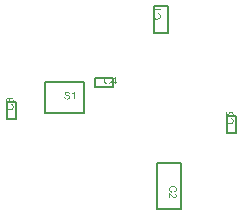
<source format=gbr>
G04*
G04 #@! TF.GenerationSoftware,Altium Limited,Altium Designer,23.8.1 (32)*
G04*
G04 Layer_Color=16711935*
%FSLAX43Y43*%
%MOMM*%
G71*
G04*
G04 #@! TF.SameCoordinates,4157314E-2F8B-4695-BFB2-F8FC6B21436D*
G04*
G04*
G04 #@! TF.FilePolarity,Positive*
G04*
G01*
G75*
%ADD12C,0.200*%
G36*
X43476Y13286D02*
X43483Y13285D01*
X43491Y13285D01*
X43501Y13283D01*
X43512Y13281D01*
X43536Y13275D01*
X43561Y13266D01*
X43574Y13261D01*
X43586Y13253D01*
X43599Y13246D01*
X43611Y13236D01*
X43612Y13236D01*
X43614Y13234D01*
X43618Y13230D01*
X43623Y13225D01*
X43628Y13219D01*
X43636Y13212D01*
X43642Y13202D01*
X43649Y13192D01*
X43657Y13181D01*
X43663Y13168D01*
X43670Y13154D01*
X43676Y13139D01*
X43681Y13124D01*
X43685Y13106D01*
X43687Y13088D01*
X43688Y13068D01*
Y13060D01*
X43687Y13053D01*
X43686Y13046D01*
X43685Y13038D01*
X43685Y13028D01*
X43682Y13017D01*
X43676Y12994D01*
X43668Y12971D01*
X43662Y12959D01*
X43656Y12947D01*
X43648Y12936D01*
X43640Y12925D01*
X43639Y12924D01*
X43638Y12922D01*
X43635Y12920D01*
X43631Y12917D01*
X43626Y12912D01*
X43621Y12907D01*
X43613Y12902D01*
X43605Y12897D01*
X43597Y12892D01*
X43587Y12886D01*
X43564Y12876D01*
X43538Y12868D01*
X43525Y12865D01*
X43510Y12863D01*
X43503Y12945D01*
X43504D01*
X43506D01*
X43509Y12946D01*
X43514Y12947D01*
X43524Y12950D01*
X43538Y12954D01*
X43551Y12959D01*
X43567Y12967D01*
X43581Y12976D01*
X43594Y12987D01*
X43595Y12989D01*
X43599Y12992D01*
X43603Y13000D01*
X43609Y13010D01*
X43614Y13021D01*
X43619Y13035D01*
X43623Y13051D01*
X43624Y13068D01*
Y13074D01*
X43623Y13077D01*
X43622Y13089D01*
X43618Y13101D01*
X43613Y13117D01*
X43606Y13133D01*
X43595Y13150D01*
X43588Y13157D01*
X43581Y13164D01*
X43580Y13165D01*
X43579Y13166D01*
X43576Y13168D01*
X43574Y13171D01*
X43563Y13177D01*
X43550Y13185D01*
X43535Y13191D01*
X43515Y13198D01*
X43492Y13202D01*
X43480Y13204D01*
X43467D01*
X43466D01*
X43465D01*
X43461D01*
X43456Y13203D01*
X43451D01*
X43444Y13202D01*
X43429Y13199D01*
X43412Y13195D01*
X43394Y13188D01*
X43378Y13179D01*
X43362Y13166D01*
X43361D01*
X43360Y13164D01*
X43355Y13160D01*
X43349Y13151D01*
X43342Y13140D01*
X43335Y13126D01*
X43329Y13109D01*
X43324Y13089D01*
X43322Y13078D01*
Y13061D01*
X43323Y13053D01*
X43324Y13044D01*
X43327Y13033D01*
X43330Y13022D01*
X43334Y13010D01*
X43340Y12998D01*
X43341Y12997D01*
X43342Y12993D01*
X43347Y12988D01*
X43352Y12980D01*
X43358Y12973D01*
X43367Y12966D01*
X43375Y12957D01*
X43385Y12951D01*
X43375Y12877D01*
X43046Y12939D01*
Y13257D01*
X43121D01*
Y13001D01*
X43293Y12967D01*
X43293Y12967D01*
X43292Y12969D01*
X43290Y12972D01*
X43287Y12977D01*
X43284Y12982D01*
X43281Y12989D01*
X43273Y13003D01*
X43266Y13022D01*
X43259Y13042D01*
X43255Y13064D01*
X43253Y13076D01*
Y13096D01*
X43254Y13101D01*
X43255Y13109D01*
X43256Y13117D01*
X43257Y13126D01*
X43260Y13137D01*
X43267Y13159D01*
X43271Y13171D01*
X43278Y13183D01*
X43284Y13195D01*
X43292Y13207D01*
X43301Y13218D01*
X43311Y13229D01*
X43312Y13230D01*
X43314Y13232D01*
X43317Y13235D01*
X43321Y13238D01*
X43328Y13243D01*
X43334Y13248D01*
X43342Y13253D01*
X43352Y13259D01*
X43362Y13263D01*
X43373Y13269D01*
X43386Y13273D01*
X43399Y13278D01*
X43413Y13282D01*
X43428Y13285D01*
X43444Y13286D01*
X43461Y13287D01*
X43462D01*
X43465D01*
X43469D01*
X43476Y13286D01*
D02*
G37*
G36*
X43479Y12790D02*
X43485Y12788D01*
X43492Y12785D01*
X43501Y12783D01*
X43511Y12779D01*
X43522Y12774D01*
X43534Y12769D01*
X43560Y12756D01*
X43586Y12739D01*
X43599Y12729D01*
X43612Y12719D01*
X43623Y12708D01*
X43634Y12695D01*
X43635Y12694D01*
X43636Y12692D01*
X43638Y12687D01*
X43642Y12683D01*
X43647Y12675D01*
X43651Y12668D01*
X43656Y12658D01*
X43661Y12648D01*
X43666Y12635D01*
X43671Y12623D01*
X43675Y12609D01*
X43680Y12594D01*
X43684Y12578D01*
X43685Y12562D01*
X43687Y12544D01*
X43688Y12525D01*
Y12515D01*
X43687Y12508D01*
Y12500D01*
X43686Y12489D01*
X43685Y12478D01*
X43683Y12465D01*
X43678Y12439D01*
X43671Y12411D01*
X43661Y12383D01*
X43654Y12370D01*
X43647Y12357D01*
X43646Y12356D01*
X43645Y12354D01*
X43642Y12351D01*
X43638Y12347D01*
X43635Y12341D01*
X43629Y12335D01*
X43623Y12328D01*
X43615Y12320D01*
X43607Y12313D01*
X43599Y12305D01*
X43577Y12288D01*
X43552Y12272D01*
X43525Y12258D01*
X43524D01*
X43521Y12256D01*
X43516Y12256D01*
X43511Y12253D01*
X43503Y12251D01*
X43494Y12248D01*
X43484Y12244D01*
X43473Y12242D01*
X43461Y12239D01*
X43447Y12235D01*
X43418Y12231D01*
X43386Y12227D01*
X43353Y12225D01*
X43352D01*
X43348D01*
X43342D01*
X43336Y12226D01*
X43327D01*
X43318Y12227D01*
X43305Y12228D01*
X43293Y12230D01*
X43267Y12234D01*
X43237Y12241D01*
X43207Y12250D01*
X43179Y12263D01*
X43178Y12264D01*
X43175Y12265D01*
X43171Y12267D01*
X43167Y12270D01*
X43160Y12274D01*
X43153Y12279D01*
X43136Y12291D01*
X43118Y12306D01*
X43099Y12325D01*
X43081Y12346D01*
X43065Y12371D01*
X43064Y12372D01*
X43063Y12375D01*
X43061Y12378D01*
X43059Y12383D01*
X43056Y12391D01*
X43053Y12398D01*
X43049Y12407D01*
X43046Y12417D01*
X43042Y12428D01*
X43038Y12440D01*
X43033Y12466D01*
X43028Y12496D01*
X43026Y12526D01*
Y12536D01*
X43027Y12542D01*
X43028Y12550D01*
X43029Y12561D01*
X43030Y12571D01*
X43033Y12583D01*
X43038Y12608D01*
X43047Y12635D01*
X43052Y12649D01*
X43059Y12662D01*
X43067Y12675D01*
X43075Y12688D01*
X43076Y12689D01*
X43077Y12691D01*
X43080Y12695D01*
X43085Y12699D01*
X43089Y12704D01*
X43096Y12710D01*
X43103Y12717D01*
X43110Y12724D01*
X43120Y12732D01*
X43131Y12739D01*
X43142Y12747D01*
X43154Y12755D01*
X43168Y12761D01*
X43182Y12769D01*
X43196Y12774D01*
X43213Y12780D01*
X43232Y12697D01*
X43232D01*
X43230Y12696D01*
X43226Y12694D01*
X43221Y12692D01*
X43216Y12690D01*
X43208Y12687D01*
X43194Y12680D01*
X43177Y12671D01*
X43160Y12660D01*
X43145Y12646D01*
X43131Y12631D01*
X43129Y12629D01*
X43125Y12623D01*
X43121Y12614D01*
X43114Y12602D01*
X43109Y12587D01*
X43103Y12569D01*
X43099Y12548D01*
X43098Y12525D01*
Y12517D01*
X43099Y12513D01*
Y12506D01*
X43100Y12499D01*
X43103Y12481D01*
X43107Y12462D01*
X43113Y12441D01*
X43122Y12420D01*
X43134Y12401D01*
Y12400D01*
X43136Y12399D01*
X43141Y12392D01*
X43148Y12384D01*
X43159Y12374D01*
X43173Y12362D01*
X43189Y12351D01*
X43208Y12341D01*
X43230Y12331D01*
X43231D01*
X43232Y12330D01*
X43235Y12329D01*
X43240Y12329D01*
X43245Y12327D01*
X43252Y12325D01*
X43268Y12322D01*
X43286Y12318D01*
X43306Y12315D01*
X43329Y12313D01*
X43353Y12312D01*
X43354D01*
X43356D01*
X43361D01*
X43367D01*
X43373Y12313D01*
X43381D01*
X43391Y12314D01*
X43401Y12315D01*
X43423Y12317D01*
X43447Y12322D01*
X43471Y12328D01*
X43495Y12335D01*
X43496D01*
X43498Y12336D01*
X43501Y12338D01*
X43505Y12340D01*
X43516Y12345D01*
X43529Y12354D01*
X43544Y12364D01*
X43560Y12377D01*
X43574Y12391D01*
X43587Y12409D01*
Y12410D01*
X43587Y12412D01*
X43589Y12415D01*
X43591Y12418D01*
X43593Y12423D01*
X43596Y12428D01*
X43601Y12441D01*
X43607Y12458D01*
X43612Y12476D01*
X43615Y12497D01*
X43616Y12518D01*
Y12525D01*
X43615Y12530D01*
Y12537D01*
X43614Y12543D01*
X43611Y12560D01*
X43606Y12579D01*
X43599Y12599D01*
X43588Y12619D01*
X43583Y12629D01*
X43575Y12638D01*
X43575Y12639D01*
X43574Y12640D01*
X43571Y12643D01*
X43568Y12647D01*
X43563Y12650D01*
X43558Y12655D01*
X43552Y12660D01*
X43545Y12665D01*
X43537Y12671D01*
X43527Y12677D01*
X43518Y12683D01*
X43507Y12688D01*
X43495Y12693D01*
X43482Y12697D01*
X43468Y12702D01*
X43453Y12706D01*
X43475Y12791D01*
X43476D01*
X43479Y12790D01*
D02*
G37*
G36*
X33042Y16273D02*
X33050Y16272D01*
X33061Y16271D01*
X33071Y16270D01*
X33083Y16267D01*
X33108Y16262D01*
X33136Y16253D01*
X33149Y16248D01*
X33162Y16241D01*
X33175Y16233D01*
X33188Y16225D01*
X33189Y16224D01*
X33191Y16223D01*
X33195Y16220D01*
X33199Y16215D01*
X33204Y16211D01*
X33210Y16204D01*
X33217Y16197D01*
X33224Y16190D01*
X33232Y16180D01*
X33239Y16169D01*
X33247Y16158D01*
X33255Y16146D01*
X33261Y16132D01*
X33269Y16118D01*
X33274Y16104D01*
X33280Y16087D01*
X33197Y16068D01*
Y16068D01*
X33196Y16070D01*
X33194Y16074D01*
X33192Y16079D01*
X33190Y16084D01*
X33187Y16092D01*
X33180Y16106D01*
X33171Y16123D01*
X33160Y16140D01*
X33146Y16155D01*
X33131Y16169D01*
X33129Y16171D01*
X33123Y16175D01*
X33114Y16179D01*
X33102Y16186D01*
X33086Y16191D01*
X33069Y16197D01*
X33048Y16201D01*
X33025Y16202D01*
X33017D01*
X33013Y16201D01*
X33006D01*
X32999Y16200D01*
X32981Y16197D01*
X32962Y16193D01*
X32941Y16187D01*
X32920Y16178D01*
X32901Y16166D01*
X32900D01*
X32899Y16164D01*
X32892Y16159D01*
X32884Y16152D01*
X32874Y16141D01*
X32862Y16127D01*
X32851Y16111D01*
X32841Y16092D01*
X32831Y16070D01*
Y16069D01*
X32830Y16068D01*
X32829Y16065D01*
X32829Y16060D01*
X32827Y16055D01*
X32825Y16048D01*
X32822Y16032D01*
X32818Y16014D01*
X32815Y15994D01*
X32813Y15971D01*
X32812Y15947D01*
Y15946D01*
Y15944D01*
Y15939D01*
Y15934D01*
X32813Y15927D01*
Y15919D01*
X32814Y15909D01*
X32815Y15899D01*
X32817Y15877D01*
X32822Y15853D01*
X32828Y15829D01*
X32835Y15805D01*
Y15804D01*
X32836Y15802D01*
X32838Y15799D01*
X32840Y15795D01*
X32845Y15784D01*
X32854Y15771D01*
X32864Y15756D01*
X32877Y15740D01*
X32891Y15726D01*
X32909Y15713D01*
X32910D01*
X32912Y15713D01*
X32915Y15711D01*
X32918Y15709D01*
X32923Y15707D01*
X32928Y15704D01*
X32941Y15699D01*
X32958Y15693D01*
X32976Y15688D01*
X32997Y15685D01*
X33018Y15684D01*
X33025D01*
X33030Y15685D01*
X33037D01*
X33043Y15686D01*
X33060Y15689D01*
X33079Y15694D01*
X33099Y15701D01*
X33119Y15712D01*
X33129Y15717D01*
X33138Y15725D01*
X33139Y15725D01*
X33140Y15726D01*
X33143Y15729D01*
X33147Y15732D01*
X33150Y15737D01*
X33155Y15742D01*
X33160Y15748D01*
X33165Y15755D01*
X33171Y15763D01*
X33177Y15773D01*
X33183Y15782D01*
X33188Y15793D01*
X33193Y15805D01*
X33197Y15818D01*
X33202Y15832D01*
X33206Y15847D01*
X33291Y15825D01*
Y15824D01*
X33290Y15821D01*
X33288Y15815D01*
X33285Y15808D01*
X33283Y15799D01*
X33279Y15789D01*
X33274Y15778D01*
X33269Y15766D01*
X33256Y15740D01*
X33239Y15714D01*
X33229Y15701D01*
X33219Y15688D01*
X33208Y15677D01*
X33195Y15666D01*
X33194Y15665D01*
X33192Y15664D01*
X33187Y15662D01*
X33183Y15658D01*
X33175Y15653D01*
X33168Y15649D01*
X33158Y15644D01*
X33148Y15639D01*
X33136Y15634D01*
X33123Y15629D01*
X33109Y15625D01*
X33094Y15620D01*
X33078Y15616D01*
X33062Y15615D01*
X33044Y15613D01*
X33025Y15612D01*
X33015D01*
X33008Y15613D01*
X33000D01*
X32989Y15614D01*
X32978Y15615D01*
X32965Y15617D01*
X32939Y15622D01*
X32911Y15629D01*
X32883Y15639D01*
X32870Y15646D01*
X32857Y15653D01*
X32856Y15654D01*
X32854Y15655D01*
X32851Y15658D01*
X32847Y15662D01*
X32841Y15665D01*
X32835Y15671D01*
X32828Y15677D01*
X32820Y15685D01*
X32813Y15693D01*
X32805Y15701D01*
X32788Y15723D01*
X32772Y15748D01*
X32758Y15775D01*
Y15776D01*
X32756Y15779D01*
X32756Y15784D01*
X32753Y15789D01*
X32751Y15797D01*
X32748Y15806D01*
X32744Y15816D01*
X32742Y15827D01*
X32739Y15839D01*
X32735Y15853D01*
X32731Y15882D01*
X32727Y15914D01*
X32725Y15947D01*
Y15948D01*
Y15952D01*
Y15958D01*
X32726Y15964D01*
Y15973D01*
X32727Y15983D01*
X32728Y15995D01*
X32730Y16007D01*
X32734Y16033D01*
X32741Y16063D01*
X32750Y16093D01*
X32763Y16121D01*
X32764Y16122D01*
X32765Y16125D01*
X32767Y16129D01*
X32770Y16133D01*
X32774Y16140D01*
X32779Y16147D01*
X32791Y16164D01*
X32806Y16182D01*
X32825Y16201D01*
X32846Y16219D01*
X32871Y16235D01*
X32872Y16236D01*
X32875Y16237D01*
X32878Y16239D01*
X32883Y16241D01*
X32890Y16244D01*
X32898Y16247D01*
X32907Y16251D01*
X32917Y16254D01*
X32928Y16258D01*
X32940Y16262D01*
X32966Y16267D01*
X32996Y16272D01*
X33026Y16274D01*
X33036D01*
X33042Y16273D01*
D02*
G37*
G36*
X33693Y15848D02*
X33780D01*
Y15776D01*
X33693D01*
Y15623D01*
X33614D01*
Y15776D01*
X33336D01*
Y15848D01*
X33629Y16263D01*
X33693D01*
Y15848D01*
D02*
G37*
G36*
X24877Y14482D02*
X24885Y14481D01*
X24893Y14479D01*
X24902Y14477D01*
X24913Y14475D01*
X24935Y14468D01*
X24947Y14462D01*
X24958Y14457D01*
X24970Y14449D01*
X24982Y14441D01*
X24994Y14432D01*
X25005Y14421D01*
X25006Y14420D01*
X25008Y14418D01*
X25011Y14414D01*
X25014Y14410D01*
X25019Y14404D01*
X25023Y14397D01*
X25029Y14388D01*
X25034Y14378D01*
X25039Y14368D01*
X25045Y14356D01*
X25049Y14344D01*
X25054Y14330D01*
X25058Y14315D01*
X25060Y14300D01*
X25062Y14284D01*
X25063Y14266D01*
Y14258D01*
X25062Y14252D01*
X25061Y14245D01*
X25060Y14237D01*
X25059Y14228D01*
X25057Y14217D01*
X25051Y14195D01*
X25042Y14172D01*
X25036Y14160D01*
X25030Y14149D01*
X25022Y14138D01*
X25013Y14127D01*
X25012Y14126D01*
X25011Y14124D01*
X25008Y14121D01*
X25004Y14118D01*
X24999Y14114D01*
X24993Y14109D01*
X24986Y14104D01*
X24978Y14098D01*
X24969Y14093D01*
X24960Y14087D01*
X24938Y14077D01*
X24912Y14068D01*
X24898Y14066D01*
X24883Y14064D01*
X24873Y14142D01*
X24874D01*
X24876Y14143D01*
X24879Y14144D01*
X24884Y14145D01*
X24889Y14146D01*
X24896Y14148D01*
X24910Y14153D01*
X24926Y14159D01*
X24942Y14167D01*
X24957Y14177D01*
X24970Y14188D01*
X24971Y14190D01*
X24974Y14193D01*
X24979Y14201D01*
X24984Y14210D01*
X24989Y14221D01*
X24994Y14235D01*
X24998Y14251D01*
X24999Y14267D01*
Y14273D01*
X24998Y14277D01*
X24997Y14287D01*
X24994Y14300D01*
X24989Y14314D01*
X24983Y14330D01*
X24974Y14346D01*
X24961Y14361D01*
X24959Y14363D01*
X24953Y14367D01*
X24945Y14373D01*
X24934Y14380D01*
X24920Y14387D01*
X24904Y14393D01*
X24886Y14398D01*
X24865Y14399D01*
X24864D01*
X24863D01*
X24860D01*
X24856Y14399D01*
X24846Y14398D01*
X24834Y14395D01*
X24819Y14391D01*
X24804Y14385D01*
X24790Y14375D01*
X24776Y14363D01*
X24774Y14362D01*
X24770Y14357D01*
X24765Y14350D01*
X24758Y14339D01*
X24752Y14326D01*
X24746Y14311D01*
X24742Y14293D01*
X24741Y14274D01*
Y14265D01*
X24741Y14259D01*
X24742Y14251D01*
X24744Y14241D01*
X24746Y14230D01*
X24749Y14218D01*
X24680Y14228D01*
Y14232D01*
X24680Y14236D01*
Y14248D01*
X24679Y14258D01*
X24677Y14270D01*
X24674Y14284D01*
X24669Y14300D01*
X24663Y14314D01*
X24655Y14330D01*
Y14331D01*
X24654Y14332D01*
X24650Y14337D01*
X24643Y14343D01*
X24635Y14350D01*
X24623Y14358D01*
X24609Y14364D01*
X24594Y14369D01*
X24584Y14371D01*
X24574D01*
X24573D01*
X24572D01*
X24567D01*
X24559Y14369D01*
X24549Y14367D01*
X24538Y14363D01*
X24526Y14359D01*
X24514Y14351D01*
X24503Y14341D01*
X24502Y14340D01*
X24498Y14336D01*
X24494Y14329D01*
X24488Y14321D01*
X24484Y14310D01*
X24479Y14297D01*
X24475Y14282D01*
X24474Y14265D01*
Y14258D01*
X24476Y14250D01*
X24478Y14239D01*
X24482Y14227D01*
X24486Y14215D01*
X24494Y14202D01*
X24503Y14190D01*
X24504Y14189D01*
X24508Y14185D01*
X24515Y14179D01*
X24524Y14173D01*
X24536Y14167D01*
X24551Y14160D01*
X24569Y14154D01*
X24589Y14151D01*
X24575Y14072D01*
X24574D01*
X24571Y14073D01*
X24568Y14074D01*
X24562Y14075D01*
X24556Y14077D01*
X24548Y14080D01*
X24531Y14085D01*
X24510Y14094D01*
X24490Y14105D01*
X24471Y14119D01*
X24453Y14137D01*
X24452Y14138D01*
X24451Y14140D01*
X24449Y14142D01*
X24447Y14146D01*
X24443Y14151D01*
X24439Y14157D01*
X24435Y14164D01*
X24431Y14172D01*
X24423Y14191D01*
X24416Y14212D01*
X24411Y14237D01*
X24410Y14250D01*
Y14273D01*
X24410Y14283D01*
X24412Y14295D01*
X24415Y14310D01*
X24420Y14326D01*
X24425Y14343D01*
X24433Y14360D01*
Y14361D01*
X24434Y14362D01*
X24436Y14367D01*
X24442Y14375D01*
X24448Y14385D01*
X24458Y14396D01*
X24468Y14407D01*
X24480Y14418D01*
X24494Y14427D01*
X24496Y14428D01*
X24500Y14431D01*
X24508Y14435D01*
X24519Y14439D01*
X24531Y14444D01*
X24545Y14448D01*
X24560Y14450D01*
X24576Y14451D01*
X24578D01*
X24583D01*
X24591Y14450D01*
X24601Y14448D01*
X24613Y14446D01*
X24626Y14441D01*
X24639Y14436D01*
X24652Y14428D01*
X24654Y14427D01*
X24657Y14424D01*
X24664Y14419D01*
X24671Y14412D01*
X24680Y14402D01*
X24689Y14391D01*
X24697Y14378D01*
X24705Y14363D01*
Y14363D01*
X24706Y14365D01*
X24707Y14368D01*
X24708Y14372D01*
X24712Y14382D01*
X24717Y14395D01*
X24725Y14410D01*
X24734Y14424D01*
X24746Y14438D01*
X24760Y14451D01*
X24762Y14452D01*
X24767Y14456D01*
X24777Y14461D01*
X24789Y14467D01*
X24803Y14473D01*
X24821Y14478D01*
X24841Y14482D01*
X24864Y14483D01*
X24864D01*
X24867D01*
X24872D01*
X24877Y14482D01*
D02*
G37*
G36*
X24854Y13990D02*
X24860Y13988D01*
X24867Y13985D01*
X24876Y13983D01*
X24886Y13979D01*
X24897Y13974D01*
X24909Y13969D01*
X24935Y13956D01*
X24961Y13939D01*
X24974Y13929D01*
X24986Y13919D01*
X24998Y13908D01*
X25009Y13895D01*
X25010Y13894D01*
X25011Y13892D01*
X25013Y13887D01*
X25017Y13883D01*
X25022Y13875D01*
X25026Y13868D01*
X25031Y13858D01*
X25035Y13848D01*
X25041Y13835D01*
X25046Y13823D01*
X25050Y13809D01*
X25055Y13794D01*
X25059Y13778D01*
X25060Y13762D01*
X25062Y13744D01*
X25063Y13725D01*
Y13715D01*
X25062Y13708D01*
Y13700D01*
X25061Y13689D01*
X25060Y13678D01*
X25058Y13665D01*
X25053Y13639D01*
X25046Y13611D01*
X25035Y13583D01*
X25029Y13570D01*
X25022Y13557D01*
X25021Y13556D01*
X25020Y13554D01*
X25017Y13551D01*
X25013Y13547D01*
X25010Y13541D01*
X25004Y13535D01*
X24998Y13528D01*
X24990Y13520D01*
X24982Y13513D01*
X24974Y13505D01*
X24952Y13488D01*
X24927Y13472D01*
X24900Y13458D01*
X24899D01*
X24896Y13456D01*
X24891Y13456D01*
X24886Y13453D01*
X24878Y13451D01*
X24869Y13448D01*
X24859Y13444D01*
X24848Y13442D01*
X24836Y13439D01*
X24822Y13435D01*
X24793Y13431D01*
X24761Y13427D01*
X24728Y13425D01*
X24727D01*
X24723D01*
X24717D01*
X24711Y13426D01*
X24702D01*
X24692Y13427D01*
X24680Y13428D01*
X24668Y13430D01*
X24642Y13434D01*
X24612Y13441D01*
X24582Y13450D01*
X24554Y13463D01*
X24553Y13464D01*
X24550Y13465D01*
X24546Y13467D01*
X24542Y13470D01*
X24535Y13474D01*
X24528Y13479D01*
X24511Y13491D01*
X24493Y13506D01*
X24474Y13525D01*
X24456Y13546D01*
X24440Y13571D01*
X24439Y13572D01*
X24438Y13575D01*
X24436Y13578D01*
X24434Y13583D01*
X24431Y13590D01*
X24428Y13598D01*
X24424Y13607D01*
X24421Y13617D01*
X24417Y13628D01*
X24413Y13640D01*
X24408Y13666D01*
X24403Y13696D01*
X24401Y13726D01*
Y13736D01*
X24402Y13742D01*
X24403Y13750D01*
X24404Y13761D01*
X24405Y13771D01*
X24408Y13783D01*
X24413Y13808D01*
X24422Y13835D01*
X24427Y13849D01*
X24434Y13862D01*
X24442Y13875D01*
X24450Y13888D01*
X24451Y13889D01*
X24452Y13891D01*
X24455Y13895D01*
X24459Y13899D01*
X24464Y13904D01*
X24471Y13910D01*
X24478Y13917D01*
X24485Y13924D01*
X24495Y13932D01*
X24506Y13939D01*
X24517Y13947D01*
X24529Y13955D01*
X24543Y13961D01*
X24557Y13969D01*
X24571Y13974D01*
X24588Y13980D01*
X24607Y13897D01*
X24607D01*
X24605Y13896D01*
X24601Y13894D01*
X24596Y13892D01*
X24591Y13890D01*
X24583Y13887D01*
X24569Y13880D01*
X24552Y13871D01*
X24535Y13860D01*
X24520Y13846D01*
X24506Y13831D01*
X24504Y13829D01*
X24500Y13823D01*
X24496Y13814D01*
X24489Y13802D01*
X24484Y13786D01*
X24478Y13769D01*
X24474Y13748D01*
X24473Y13725D01*
Y13717D01*
X24474Y13713D01*
Y13706D01*
X24475Y13699D01*
X24478Y13681D01*
X24482Y13662D01*
X24488Y13641D01*
X24497Y13620D01*
X24509Y13601D01*
Y13600D01*
X24511Y13599D01*
X24516Y13592D01*
X24523Y13584D01*
X24534Y13574D01*
X24548Y13562D01*
X24564Y13551D01*
X24583Y13541D01*
X24605Y13531D01*
X24606D01*
X24607Y13530D01*
X24610Y13529D01*
X24615Y13529D01*
X24620Y13527D01*
X24627Y13525D01*
X24643Y13522D01*
X24661Y13518D01*
X24681Y13515D01*
X24704Y13513D01*
X24728Y13512D01*
X24729D01*
X24731D01*
X24736D01*
X24741D01*
X24748Y13513D01*
X24756D01*
X24766Y13514D01*
X24776Y13515D01*
X24798Y13517D01*
X24822Y13522D01*
X24846Y13528D01*
X24870Y13535D01*
X24871D01*
X24873Y13536D01*
X24876Y13538D01*
X24880Y13540D01*
X24891Y13545D01*
X24904Y13554D01*
X24919Y13564D01*
X24935Y13577D01*
X24949Y13591D01*
X24962Y13609D01*
Y13610D01*
X24962Y13612D01*
X24964Y13615D01*
X24966Y13618D01*
X24968Y13623D01*
X24971Y13628D01*
X24976Y13641D01*
X24982Y13658D01*
X24986Y13676D01*
X24990Y13697D01*
X24991Y13718D01*
Y13725D01*
X24990Y13730D01*
Y13737D01*
X24989Y13743D01*
X24986Y13760D01*
X24981Y13779D01*
X24974Y13799D01*
X24963Y13819D01*
X24958Y13829D01*
X24950Y13838D01*
X24950Y13839D01*
X24949Y13840D01*
X24946Y13843D01*
X24943Y13847D01*
X24938Y13850D01*
X24933Y13855D01*
X24927Y13860D01*
X24920Y13865D01*
X24912Y13871D01*
X24902Y13877D01*
X24893Y13883D01*
X24882Y13888D01*
X24870Y13893D01*
X24857Y13897D01*
X24843Y13902D01*
X24828Y13906D01*
X24850Y13991D01*
X24851D01*
X24854Y13990D01*
D02*
G37*
G36*
X38577Y7024D02*
X38586D01*
X38596Y7023D01*
X38608Y7022D01*
X38620Y7020D01*
X38647Y7016D01*
X38676Y7009D01*
X38706Y7000D01*
X38734Y6987D01*
X38735Y6986D01*
X38738Y6985D01*
X38742Y6983D01*
X38746Y6980D01*
X38753Y6976D01*
X38760Y6971D01*
X38777Y6959D01*
X38795Y6944D01*
X38814Y6925D01*
X38832Y6904D01*
X38848Y6879D01*
X38849Y6878D01*
X38850Y6875D01*
X38852Y6872D01*
X38855Y6867D01*
X38857Y6860D01*
X38860Y6852D01*
X38864Y6843D01*
X38868Y6833D01*
X38871Y6822D01*
X38875Y6810D01*
X38881Y6784D01*
X38885Y6754D01*
X38887Y6724D01*
Y6714D01*
X38886Y6708D01*
X38885Y6700D01*
X38884Y6689D01*
X38883Y6679D01*
X38881Y6667D01*
X38875Y6642D01*
X38867Y6615D01*
X38861Y6601D01*
X38855Y6588D01*
X38846Y6575D01*
X38838Y6562D01*
X38837Y6561D01*
X38836Y6559D01*
X38833Y6555D01*
X38829Y6551D01*
X38824Y6546D01*
X38818Y6540D01*
X38810Y6533D01*
X38803Y6526D01*
X38794Y6518D01*
X38783Y6511D01*
X38771Y6503D01*
X38759Y6495D01*
X38746Y6489D01*
X38732Y6481D01*
X38717Y6476D01*
X38700Y6470D01*
X38681Y6553D01*
X38682D01*
X38684Y6554D01*
X38687Y6556D01*
X38692Y6558D01*
X38697Y6560D01*
X38705Y6563D01*
X38720Y6570D01*
X38736Y6579D01*
X38753Y6590D01*
X38769Y6604D01*
X38783Y6619D01*
X38784Y6621D01*
X38788Y6627D01*
X38793Y6636D01*
X38799Y6648D01*
X38805Y6664D01*
X38810Y6681D01*
X38814Y6702D01*
X38815Y6725D01*
Y6733D01*
X38814Y6737D01*
Y6744D01*
X38813Y6751D01*
X38810Y6769D01*
X38807Y6788D01*
X38800Y6809D01*
X38791Y6830D01*
X38779Y6849D01*
Y6850D01*
X38777Y6851D01*
X38772Y6858D01*
X38765Y6866D01*
X38754Y6876D01*
X38740Y6888D01*
X38724Y6899D01*
X38705Y6909D01*
X38684Y6919D01*
X38683D01*
X38681Y6920D01*
X38678Y6921D01*
X38673Y6921D01*
X38668Y6923D01*
X38661Y6925D01*
X38646Y6928D01*
X38627Y6932D01*
X38607Y6935D01*
X38585Y6937D01*
X38561Y6938D01*
X38560D01*
X38557D01*
X38552D01*
X38547D01*
X38540Y6937D01*
X38532D01*
X38523Y6936D01*
X38513Y6935D01*
X38490Y6933D01*
X38466Y6928D01*
X38442Y6922D01*
X38418Y6915D01*
X38417D01*
X38415Y6914D01*
X38413Y6912D01*
X38408Y6910D01*
X38397Y6905D01*
X38384Y6897D01*
X38369Y6886D01*
X38354Y6873D01*
X38340Y6859D01*
X38327Y6841D01*
Y6840D01*
X38326Y6838D01*
X38324Y6835D01*
X38322Y6832D01*
X38320Y6827D01*
X38317Y6822D01*
X38312Y6809D01*
X38306Y6792D01*
X38302Y6774D01*
X38298Y6753D01*
X38297Y6732D01*
Y6725D01*
X38298Y6720D01*
Y6713D01*
X38299Y6707D01*
X38303Y6690D01*
X38307Y6671D01*
X38315Y6651D01*
X38325Y6631D01*
X38330Y6621D01*
X38338Y6612D01*
X38339Y6611D01*
X38340Y6610D01*
X38342Y6607D01*
X38345Y6603D01*
X38350Y6600D01*
X38355Y6595D01*
X38361Y6590D01*
X38368Y6585D01*
X38377Y6579D01*
X38386Y6573D01*
X38395Y6567D01*
X38406Y6562D01*
X38418Y6557D01*
X38431Y6553D01*
X38445Y6548D01*
X38460Y6544D01*
X38439Y6459D01*
X38438D01*
X38434Y6460D01*
X38428Y6462D01*
X38421Y6465D01*
X38413Y6468D01*
X38403Y6471D01*
X38391Y6476D01*
X38379Y6481D01*
X38354Y6494D01*
X38328Y6511D01*
X38315Y6521D01*
X38302Y6531D01*
X38291Y6542D01*
X38280Y6555D01*
X38279Y6556D01*
X38277Y6558D01*
X38275Y6563D01*
X38271Y6567D01*
X38267Y6575D01*
X38262Y6582D01*
X38257Y6592D01*
X38253Y6602D01*
X38247Y6615D01*
X38243Y6627D01*
X38238Y6641D01*
X38233Y6656D01*
X38230Y6672D01*
X38228Y6688D01*
X38226Y6706D01*
X38225Y6725D01*
Y6735D01*
X38226Y6742D01*
Y6750D01*
X38227Y6761D01*
X38229Y6772D01*
X38231Y6785D01*
X38235Y6811D01*
X38243Y6839D01*
X38253Y6867D01*
X38259Y6880D01*
X38267Y6893D01*
X38268Y6894D01*
X38268Y6896D01*
X38271Y6899D01*
X38275Y6903D01*
X38279Y6909D01*
X38284Y6915D01*
X38291Y6922D01*
X38298Y6930D01*
X38306Y6937D01*
X38315Y6945D01*
X38336Y6962D01*
X38361Y6978D01*
X38389Y6992D01*
X38390D01*
X38392Y6994D01*
X38397Y6995D01*
X38403Y6997D01*
X38410Y6999D01*
X38419Y7002D01*
X38429Y7006D01*
X38440Y7008D01*
X38452Y7011D01*
X38466Y7015D01*
X38495Y7019D01*
X38527Y7023D01*
X38561Y7025D01*
X38562D01*
X38565D01*
X38571D01*
X38577Y7024D01*
D02*
G37*
G36*
X38254Y6397D02*
X38262Y6396D01*
X38271Y6394D01*
X38280Y6393D01*
X38291Y6389D01*
X38292D01*
X38292Y6388D01*
X38298Y6386D01*
X38306Y6382D01*
X38317Y6377D01*
X38330Y6370D01*
X38345Y6360D01*
X38360Y6350D01*
X38376Y6337D01*
X38377D01*
X38378Y6335D01*
X38383Y6331D01*
X38391Y6322D01*
X38403Y6310D01*
X38417Y6296D01*
X38434Y6279D01*
X38452Y6258D01*
X38472Y6235D01*
X38473Y6234D01*
X38476Y6230D01*
X38480Y6224D01*
X38486Y6218D01*
X38493Y6210D01*
X38501Y6199D01*
X38511Y6189D01*
X38521Y6177D01*
X38543Y6154D01*
X38565Y6131D01*
X38576Y6120D01*
X38587Y6110D01*
X38598Y6100D01*
X38608Y6093D01*
X38609D01*
X38610Y6091D01*
X38612Y6089D01*
X38616Y6088D01*
X38626Y6081D01*
X38638Y6074D01*
X38653Y6067D01*
X38669Y6061D01*
X38686Y6057D01*
X38703Y6055D01*
X38704D01*
X38705D01*
X38710Y6056D01*
X38720Y6057D01*
X38730Y6060D01*
X38743Y6063D01*
X38756Y6070D01*
X38769Y6078D01*
X38782Y6089D01*
X38783Y6091D01*
X38787Y6096D01*
X38792Y6102D01*
X38798Y6112D01*
X38804Y6125D01*
X38809Y6140D01*
X38813Y6158D01*
X38814Y6177D01*
Y6183D01*
X38813Y6186D01*
X38812Y6198D01*
X38809Y6210D01*
X38806Y6224D01*
X38799Y6240D01*
X38791Y6255D01*
X38780Y6269D01*
X38778Y6271D01*
X38773Y6274D01*
X38766Y6280D01*
X38755Y6285D01*
X38742Y6292D01*
X38725Y6297D01*
X38707Y6301D01*
X38685Y6303D01*
X38694Y6383D01*
X38695D01*
X38697Y6382D01*
X38702D01*
X38709Y6382D01*
X38716Y6380D01*
X38724Y6378D01*
X38734Y6375D01*
X38745Y6372D01*
X38767Y6365D01*
X38789Y6354D01*
X38800Y6347D01*
X38811Y6339D01*
X38821Y6331D01*
X38831Y6321D01*
X38832Y6320D01*
X38832Y6319D01*
X38835Y6316D01*
X38838Y6311D01*
X38842Y6306D01*
X38845Y6299D01*
X38850Y6292D01*
X38855Y6283D01*
X38859Y6272D01*
X38864Y6261D01*
X38868Y6249D01*
X38871Y6236D01*
X38874Y6222D01*
X38877Y6208D01*
X38878Y6192D01*
X38879Y6175D01*
Y6166D01*
X38878Y6160D01*
X38877Y6152D01*
X38876Y6143D01*
X38874Y6133D01*
X38872Y6123D01*
X38866Y6099D01*
X38856Y6075D01*
X38851Y6063D01*
X38844Y6051D01*
X38836Y6039D01*
X38827Y6029D01*
X38826Y6028D01*
X38825Y6026D01*
X38821Y6025D01*
X38818Y6021D01*
X38813Y6016D01*
X38807Y6012D01*
X38800Y6007D01*
X38792Y6002D01*
X38774Y5992D01*
X38752Y5983D01*
X38741Y5979D01*
X38728Y5977D01*
X38715Y5976D01*
X38701Y5975D01*
X38699D01*
X38695D01*
X38687Y5976D01*
X38677Y5977D01*
X38666Y5978D01*
X38653Y5982D01*
X38639Y5986D01*
X38625Y5991D01*
X38623Y5992D01*
X38619Y5994D01*
X38611Y5998D01*
X38601Y6003D01*
X38590Y6011D01*
X38576Y6020D01*
X38562Y6031D01*
X38547Y6044D01*
X38545Y6046D01*
X38539Y6051D01*
X38535Y6055D01*
X38530Y6060D01*
X38525Y6065D01*
X38517Y6073D01*
X38510Y6080D01*
X38501Y6089D01*
X38492Y6099D01*
X38482Y6110D01*
X38472Y6122D01*
X38460Y6135D01*
X38448Y6149D01*
X38435Y6164D01*
X38434Y6165D01*
X38432Y6167D01*
X38429Y6171D01*
X38426Y6175D01*
X38420Y6181D01*
X38415Y6187D01*
X38403Y6202D01*
X38389Y6218D01*
X38375Y6233D01*
X38363Y6246D01*
X38358Y6251D01*
X38354Y6256D01*
X38353Y6257D01*
X38350Y6259D01*
X38346Y6263D01*
X38341Y6268D01*
X38334Y6272D01*
X38328Y6278D01*
X38312Y6289D01*
Y5974D01*
X38236D01*
Y6398D01*
X38237D01*
X38241D01*
X38246D01*
X38254Y6397D01*
D02*
G37*
G36*
X37514Y21955D02*
X37014D01*
X37015Y21954D01*
X37018Y21950D01*
X37024Y21944D01*
X37030Y21935D01*
X37039Y21925D01*
X37048Y21912D01*
X37058Y21897D01*
X37068Y21880D01*
Y21879D01*
X37069Y21878D01*
X37073Y21873D01*
X37078Y21864D01*
X37083Y21853D01*
X37090Y21840D01*
X37096Y21826D01*
X37102Y21812D01*
X37108Y21798D01*
X37032D01*
Y21799D01*
X37030Y21801D01*
X37029Y21805D01*
X37027Y21809D01*
X37024Y21815D01*
X37020Y21821D01*
X37011Y21837D01*
X37001Y21855D01*
X36988Y21874D01*
X36973Y21893D01*
X36957Y21913D01*
X36956Y21914D01*
X36955Y21915D01*
X36953Y21917D01*
X36950Y21921D01*
X36941Y21929D01*
X36930Y21940D01*
X36917Y21952D01*
X36902Y21964D01*
X36887Y21974D01*
X36871Y21983D01*
Y22034D01*
X37514D01*
Y21955D01*
D02*
G37*
G36*
X37316Y21665D02*
X37322Y21663D01*
X37329Y21660D01*
X37337Y21657D01*
X37347Y21654D01*
X37359Y21649D01*
X37371Y21644D01*
X37396Y21631D01*
X37422Y21614D01*
X37435Y21604D01*
X37448Y21594D01*
X37459Y21583D01*
X37470Y21570D01*
X37471Y21569D01*
X37473Y21567D01*
X37475Y21562D01*
X37479Y21558D01*
X37483Y21550D01*
X37488Y21543D01*
X37493Y21533D01*
X37497Y21523D01*
X37503Y21510D01*
X37507Y21498D01*
X37512Y21484D01*
X37517Y21469D01*
X37520Y21453D01*
X37522Y21437D01*
X37524Y21419D01*
X37525Y21400D01*
Y21390D01*
X37524Y21383D01*
Y21375D01*
X37523Y21364D01*
X37521Y21353D01*
X37519Y21340D01*
X37515Y21314D01*
X37507Y21286D01*
X37497Y21258D01*
X37491Y21245D01*
X37483Y21232D01*
X37482Y21231D01*
X37482Y21229D01*
X37479Y21226D01*
X37475Y21222D01*
X37471Y21216D01*
X37466Y21210D01*
X37459Y21203D01*
X37452Y21195D01*
X37444Y21188D01*
X37435Y21180D01*
X37414Y21163D01*
X37389Y21147D01*
X37361Y21133D01*
X37360D01*
X37358Y21131D01*
X37353Y21131D01*
X37347Y21128D01*
X37340Y21126D01*
X37331Y21123D01*
X37321Y21119D01*
X37310Y21117D01*
X37298Y21114D01*
X37284Y21110D01*
X37255Y21106D01*
X37223Y21102D01*
X37189Y21100D01*
X37188D01*
X37185D01*
X37179D01*
X37173Y21101D01*
X37164D01*
X37154Y21102D01*
X37142Y21103D01*
X37130Y21105D01*
X37103Y21109D01*
X37074Y21116D01*
X37044Y21125D01*
X37016Y21138D01*
X37015Y21139D01*
X37012Y21140D01*
X37008Y21142D01*
X37004Y21145D01*
X36997Y21149D01*
X36990Y21154D01*
X36973Y21166D01*
X36955Y21181D01*
X36936Y21200D01*
X36918Y21221D01*
X36902Y21246D01*
X36901Y21247D01*
X36900Y21250D01*
X36898Y21253D01*
X36895Y21258D01*
X36893Y21265D01*
X36890Y21273D01*
X36886Y21282D01*
X36882Y21292D01*
X36879Y21303D01*
X36875Y21315D01*
X36869Y21341D01*
X36865Y21371D01*
X36863Y21401D01*
Y21411D01*
X36864Y21417D01*
X36865Y21425D01*
X36866Y21436D01*
X36867Y21446D01*
X36869Y21458D01*
X36875Y21483D01*
X36883Y21510D01*
X36889Y21524D01*
X36895Y21537D01*
X36904Y21550D01*
X36912Y21563D01*
X36913Y21564D01*
X36914Y21566D01*
X36917Y21570D01*
X36921Y21574D01*
X36926Y21579D01*
X36932Y21585D01*
X36940Y21592D01*
X36947Y21599D01*
X36956Y21607D01*
X36967Y21614D01*
X36979Y21622D01*
X36991Y21630D01*
X37004Y21636D01*
X37018Y21644D01*
X37033Y21649D01*
X37050Y21655D01*
X37069Y21572D01*
X37068D01*
X37066Y21571D01*
X37063Y21569D01*
X37058Y21567D01*
X37053Y21565D01*
X37045Y21562D01*
X37030Y21555D01*
X37014Y21546D01*
X36997Y21535D01*
X36981Y21521D01*
X36967Y21506D01*
X36966Y21504D01*
X36962Y21498D01*
X36957Y21489D01*
X36951Y21477D01*
X36945Y21461D01*
X36940Y21444D01*
X36936Y21423D01*
X36935Y21400D01*
Y21392D01*
X36936Y21388D01*
Y21381D01*
X36937Y21374D01*
X36940Y21356D01*
X36943Y21337D01*
X36950Y21316D01*
X36959Y21295D01*
X36971Y21276D01*
Y21275D01*
X36973Y21274D01*
X36978Y21267D01*
X36985Y21259D01*
X36996Y21249D01*
X37010Y21237D01*
X37026Y21226D01*
X37045Y21216D01*
X37066Y21206D01*
X37067D01*
X37069Y21205D01*
X37072Y21204D01*
X37077Y21204D01*
X37082Y21202D01*
X37089Y21200D01*
X37104Y21197D01*
X37123Y21193D01*
X37143Y21190D01*
X37165Y21188D01*
X37189Y21187D01*
X37190D01*
X37193D01*
X37198D01*
X37203D01*
X37210Y21188D01*
X37218D01*
X37227Y21189D01*
X37237Y21190D01*
X37260Y21192D01*
X37284Y21197D01*
X37308Y21203D01*
X37332Y21210D01*
X37333D01*
X37335Y21211D01*
X37337Y21213D01*
X37342Y21215D01*
X37353Y21220D01*
X37366Y21229D01*
X37381Y21239D01*
X37396Y21252D01*
X37410Y21266D01*
X37423Y21284D01*
Y21285D01*
X37424Y21287D01*
X37426Y21290D01*
X37428Y21293D01*
X37430Y21298D01*
X37433Y21303D01*
X37438Y21316D01*
X37444Y21333D01*
X37448Y21351D01*
X37452Y21372D01*
X37453Y21393D01*
Y21400D01*
X37452Y21405D01*
Y21412D01*
X37451Y21418D01*
X37447Y21435D01*
X37443Y21454D01*
X37435Y21474D01*
X37425Y21494D01*
X37420Y21504D01*
X37412Y21513D01*
X37411Y21514D01*
X37410Y21515D01*
X37408Y21518D01*
X37405Y21522D01*
X37400Y21525D01*
X37395Y21530D01*
X37389Y21535D01*
X37382Y21540D01*
X37373Y21546D01*
X37364Y21552D01*
X37355Y21558D01*
X37344Y21563D01*
X37332Y21568D01*
X37319Y21572D01*
X37305Y21577D01*
X37290Y21581D01*
X37311Y21666D01*
X37312D01*
X37316Y21665D01*
D02*
G37*
G36*
X29617Y14998D02*
X29624D01*
X29641Y14996D01*
X29661Y14993D01*
X29681Y14989D01*
X29703Y14983D01*
X29724Y14976D01*
X29724D01*
X29726Y14975D01*
X29729Y14973D01*
X29733Y14971D01*
X29742Y14966D01*
X29754Y14958D01*
X29768Y14949D01*
X29782Y14937D01*
X29795Y14923D01*
X29807Y14907D01*
Y14906D01*
X29808Y14905D01*
X29810Y14903D01*
X29811Y14900D01*
X29816Y14891D01*
X29822Y14879D01*
X29828Y14864D01*
X29833Y14846D01*
X29837Y14828D01*
X29839Y14807D01*
X29758Y14801D01*
Y14802D01*
Y14804D01*
X29757Y14806D01*
X29756Y14811D01*
X29753Y14821D01*
X29749Y14835D01*
X29744Y14850D01*
X29736Y14865D01*
X29725Y14879D01*
X29712Y14891D01*
X29711Y14892D01*
X29706Y14896D01*
X29697Y14902D01*
X29685Y14907D01*
X29669Y14913D01*
X29650Y14918D01*
X29627Y14922D01*
X29601Y14923D01*
X29589D01*
X29583Y14922D01*
X29576Y14921D01*
X29559Y14919D01*
X29540Y14916D01*
X29522Y14911D01*
X29504Y14904D01*
X29497Y14899D01*
X29490Y14894D01*
X29488Y14893D01*
X29484Y14890D01*
X29479Y14883D01*
X29473Y14876D01*
X29466Y14866D01*
X29461Y14855D01*
X29457Y14842D01*
X29455Y14827D01*
Y14825D01*
Y14821D01*
X29456Y14815D01*
X29458Y14807D01*
X29461Y14798D01*
X29466Y14789D01*
X29471Y14780D01*
X29479Y14770D01*
X29480Y14769D01*
X29485Y14767D01*
X29489Y14764D01*
X29492Y14762D01*
X29498Y14759D01*
X29504Y14756D01*
X29513Y14753D01*
X29522Y14749D01*
X29532Y14745D01*
X29544Y14741D01*
X29557Y14737D01*
X29572Y14732D01*
X29589Y14729D01*
X29607Y14724D01*
X29608D01*
X29612Y14723D01*
X29617Y14722D01*
X29624Y14720D01*
X29632Y14719D01*
X29642Y14716D01*
X29652Y14713D01*
X29663Y14710D01*
X29687Y14704D01*
X29711Y14697D01*
X29722Y14694D01*
X29732Y14690D01*
X29741Y14687D01*
X29748Y14683D01*
X29749D01*
X29751Y14683D01*
X29754Y14681D01*
X29758Y14679D01*
X29768Y14673D01*
X29780Y14666D01*
X29794Y14656D01*
X29808Y14645D01*
X29821Y14632D01*
X29832Y14618D01*
X29833Y14616D01*
X29836Y14611D01*
X29840Y14603D01*
X29846Y14592D01*
X29850Y14579D01*
X29855Y14563D01*
X29858Y14546D01*
X29859Y14527D01*
Y14526D01*
Y14525D01*
Y14523D01*
Y14519D01*
X29857Y14509D01*
X29855Y14496D01*
X29851Y14481D01*
X29846Y14465D01*
X29839Y14449D01*
X29829Y14431D01*
Y14430D01*
X29828Y14429D01*
X29823Y14424D01*
X29817Y14415D01*
X29808Y14406D01*
X29796Y14395D01*
X29781Y14383D01*
X29764Y14372D01*
X29745Y14362D01*
X29744D01*
X29742Y14361D01*
X29739Y14360D01*
X29736Y14358D01*
X29730Y14356D01*
X29724Y14353D01*
X29709Y14350D01*
X29691Y14345D01*
X29670Y14340D01*
X29647Y14338D01*
X29622Y14337D01*
X29607D01*
X29600Y14338D01*
X29591D01*
X29582Y14339D01*
X29571Y14340D01*
X29548Y14343D01*
X29524Y14347D01*
X29500Y14353D01*
X29477Y14362D01*
X29476D01*
X29474Y14363D01*
X29471Y14364D01*
X29467Y14366D01*
X29456Y14372D01*
X29443Y14380D01*
X29429Y14391D01*
X29413Y14404D01*
X29398Y14420D01*
X29384Y14438D01*
Y14438D01*
X29382Y14440D01*
X29381Y14443D01*
X29379Y14447D01*
X29377Y14451D01*
X29374Y14457D01*
X29368Y14471D01*
X29361Y14488D01*
X29356Y14508D01*
X29352Y14530D01*
X29350Y14553D01*
X29430Y14561D01*
Y14560D01*
Y14559D01*
X29430Y14556D01*
Y14552D01*
X29432Y14544D01*
X29435Y14532D01*
X29439Y14520D01*
X29442Y14506D01*
X29449Y14493D01*
X29455Y14481D01*
X29456Y14480D01*
X29459Y14476D01*
X29464Y14470D01*
X29471Y14463D01*
X29480Y14455D01*
X29491Y14447D01*
X29504Y14438D01*
X29519Y14431D01*
X29520D01*
X29521Y14430D01*
X29524Y14429D01*
X29527Y14428D01*
X29536Y14426D01*
X29548Y14422D01*
X29563Y14418D01*
X29579Y14415D01*
X29598Y14413D01*
X29618Y14413D01*
X29626D01*
X29636Y14413D01*
X29647Y14414D01*
X29660Y14416D01*
X29675Y14418D01*
X29689Y14422D01*
X29703Y14426D01*
X29705Y14427D01*
X29710Y14429D01*
X29716Y14433D01*
X29724Y14437D01*
X29733Y14443D01*
X29742Y14450D01*
X29751Y14457D01*
X29759Y14466D01*
X29760Y14467D01*
X29761Y14471D01*
X29764Y14475D01*
X29768Y14483D01*
X29772Y14490D01*
X29774Y14499D01*
X29776Y14510D01*
X29777Y14521D01*
Y14522D01*
Y14526D01*
X29776Y14532D01*
X29775Y14539D01*
X29773Y14547D01*
X29770Y14556D01*
X29765Y14565D01*
X29759Y14573D01*
X29758Y14574D01*
X29755Y14577D01*
X29751Y14581D01*
X29745Y14586D01*
X29737Y14592D01*
X29727Y14598D01*
X29715Y14605D01*
X29701Y14610D01*
X29700Y14611D01*
X29696Y14612D01*
X29688Y14615D01*
X29684Y14616D01*
X29677Y14618D01*
X29671Y14621D01*
X29663Y14622D01*
X29653Y14625D01*
X29642Y14628D01*
X29631Y14631D01*
X29618Y14634D01*
X29603Y14638D01*
X29588Y14642D01*
X29587D01*
X29584Y14643D01*
X29579Y14644D01*
X29574Y14646D01*
X29566Y14647D01*
X29558Y14649D01*
X29540Y14655D01*
X29519Y14661D01*
X29498Y14668D01*
X29479Y14674D01*
X29471Y14678D01*
X29464Y14682D01*
X29463D01*
X29462Y14683D01*
X29456Y14686D01*
X29448Y14691D01*
X29439Y14698D01*
X29428Y14707D01*
X29417Y14717D01*
X29405Y14729D01*
X29396Y14742D01*
X29395Y14744D01*
X29393Y14748D01*
X29389Y14756D01*
X29385Y14765D01*
X29381Y14777D01*
X29378Y14791D01*
X29375Y14806D01*
X29374Y14821D01*
Y14822D01*
Y14823D01*
Y14826D01*
Y14830D01*
X29376Y14839D01*
X29378Y14851D01*
X29381Y14865D01*
X29385Y14880D01*
X29392Y14896D01*
X29401Y14912D01*
Y14913D01*
X29402Y14914D01*
X29406Y14919D01*
X29413Y14927D01*
X29421Y14936D01*
X29432Y14946D01*
X29446Y14957D01*
X29463Y14967D01*
X29481Y14977D01*
X29482D01*
X29484Y14977D01*
X29487Y14978D01*
X29491Y14980D01*
X29495Y14982D01*
X29502Y14984D01*
X29515Y14988D01*
X29533Y14991D01*
X29553Y14995D01*
X29575Y14998D01*
X29599Y14999D01*
X29611D01*
X29617Y14998D01*
D02*
G37*
G36*
X30239Y14348D02*
X30160D01*
Y14848D01*
X30159Y14847D01*
X30154Y14843D01*
X30149Y14838D01*
X30140Y14831D01*
X30129Y14823D01*
X30116Y14814D01*
X30102Y14804D01*
X30085Y14793D01*
X30084D01*
X30083Y14793D01*
X30078Y14789D01*
X30068Y14784D01*
X30057Y14779D01*
X30044Y14772D01*
X30030Y14766D01*
X30017Y14759D01*
X30003Y14754D01*
Y14830D01*
X30004D01*
X30006Y14831D01*
X30009Y14832D01*
X30014Y14835D01*
X30019Y14838D01*
X30026Y14842D01*
X30042Y14851D01*
X30060Y14861D01*
X30079Y14874D01*
X30098Y14889D01*
X30117Y14904D01*
X30118Y14905D01*
X30119Y14906D01*
X30122Y14909D01*
X30126Y14912D01*
X30134Y14921D01*
X30145Y14932D01*
X30156Y14945D01*
X30168Y14960D01*
X30178Y14975D01*
X30188Y14990D01*
X30239D01*
Y14348D01*
D02*
G37*
%LPC*%
G36*
X33614Y16135D02*
X33413Y15848D01*
X33614D01*
Y16135D01*
D02*
G37*
%LPD*%
D12*
X43125Y11489D02*
X43875D01*
Y12961D01*
X43125D02*
X43875D01*
X43125Y11489D02*
Y12961D01*
X31989Y15425D02*
Y16175D01*
Y15425D02*
X33461D01*
Y16175D01*
X31989D02*
X33461D01*
X24500Y12689D02*
X25250D01*
Y14161D01*
X24500D02*
X25250D01*
X24500Y12689D02*
Y14161D01*
X39254Y5096D02*
Y8954D01*
X37196Y5096D02*
X39254D01*
X37196D02*
Y8954D01*
X39254D01*
X36950Y19971D02*
X38100D01*
Y22229D01*
X36950D02*
X38100D01*
X36950Y19971D02*
Y22229D01*
X27700Y13200D02*
Y15850D01*
Y13200D02*
X31000D01*
Y15850D01*
X27700D02*
X31000D01*
M02*

</source>
